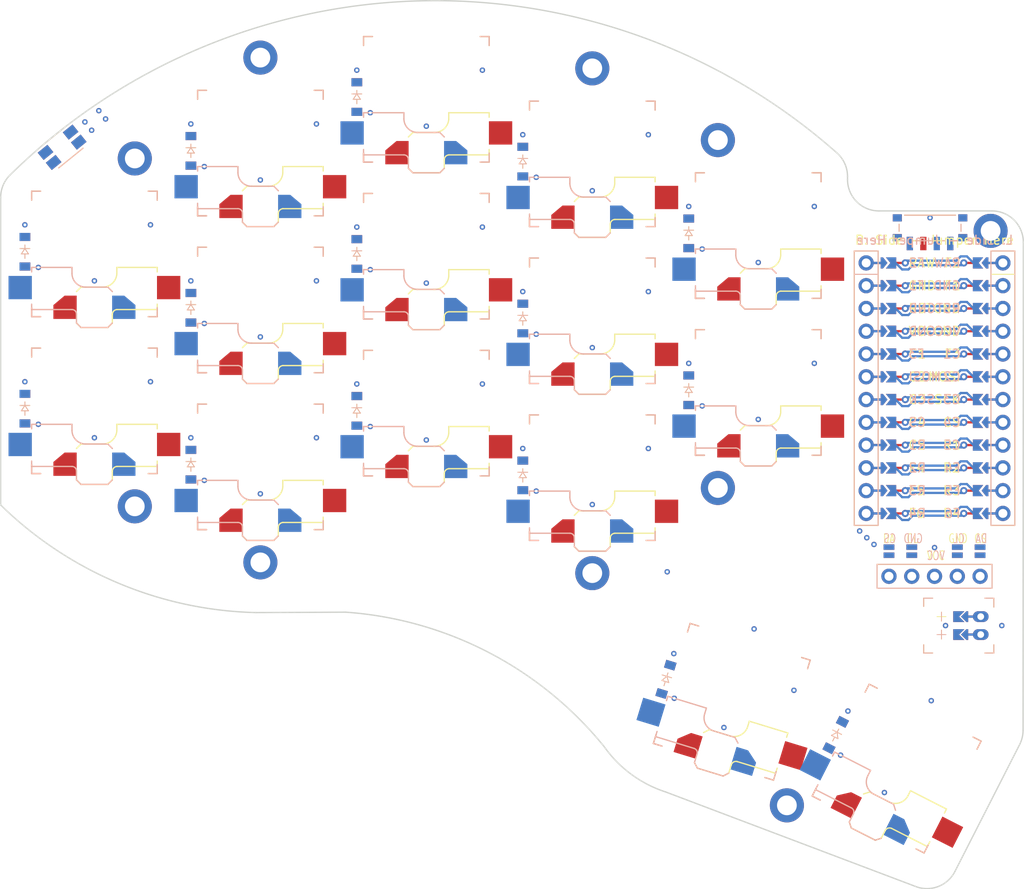
<source format=kicad_pcb>
(kicad_pcb (version 20221018) (generator pcbnew)
  (title_block (title "snak") (rev "0.2.1") (company "JackMatanky"))
  (layers (0 "F.Cu" signal) (31 "B.Cu" signal) (34 "B.Paste" user) (35 "F.Paste" user) (36 "B.SilkS" user "B.Silkscreen") (37 "F.SilkS" user "F.Silkscreen") (38 "B.Mask" user) (39 "F.Mask" user) (44 "Edge.Cuts" user))
  (net 0 "")
  (net 1 "C1")
  (net 2 "pinky_mid")
  (net 3 "pinky_top")
  (net 4 "ring_bot")
  (net 5 "C2")
  (net 6 "ring_mid")
  (net 7 "ring_top")
  (net 8 "middle_bot")
  (net 9 "C3")
  (net 10 "middle_mid")
  (net 11 "middle_top")
  (net 12 "index_bot")
  (net 13 "C4")
  (net 14 "index_mid")
  (net 15 "index_top")
  (net 16 "C5")
  (net 17 "inner_mid")
  (net 18 "inner_top")
  (net 19 "out_home")
  (net 20 "in_home")
  (net 21 "R2")
  (net 22 "R1")
  (net 23 "R3")
  (net 24 "R4")
  (net 25 "RAW")
  (net 26 "GND")
  (net 27 "RST")
  (net 28 "VCC")
  (net 29 "F4")
  (net 30 "F5")
  (net 31 "F6")
  (net 32 "F2")
  (net 33 "F1")
  (net 34 "F3")
  (net 35 "MOSI")
  (net 36 "SCK")
  (net 37 "CS")
  (net 38 "MCU1_24")
  (net 39 "MCU1_1")
  (net 40 "MCU1_23")
  (net 41 "MCU1_2")
  (net 42 "MCU1_22")
  (net 43 "MCU1_3")
  (net 44 "MCU1_21")
  (net 45 "MCU1_4")
  (net 46 "MCU1_20")
  (net 47 "MCU1_5")
  (net 48 "MCU1_19")
  (net 49 "MCU1_6")
  (net 50 "MCU1_18")
  (net 51 "MCU1_7")
  (net 52 "MCU1_17")
  (net 53 "MCU1_8")
  (net 54 "MCU1_16")
  (net 55 "MCU1_9")
  (net 56 "MCU1_15")
  (net 57 "MCU1_10")
  (net 58 "MCU1_14")
  (net 59 "MCU1_11")
  (net 60 "MCU1_13")
  (net 61 "MCU1_12")
  (net 62 "DISP1_1")
  (net 63 "DISP1_2")
  (net 64 "DISP1_4")
  (net 65 "DISP1_5")
  (net 66 "pos")
  (net 67 "JST1_1")
  (net 68 "JST1_2")
  (footprint "ComboDiode" (layer "F.Cu") (at 147.75 89.7 -90)
    (fp_text reference "D9" hide)
    (fp_text value "" hide)
  )
  (footprint "VIA-0.6mm" (layer "F.Cu") (at 193.15 60.9625 90)
    (fp_text reference "REF**" hide)
    (fp_text value "VIA-0.6mm" hide)
  )
  (footprint "VIA-0.6mm" (layer "F.Cu") (at 155.5 92.95)
    (fp_text reference "REF**" hide)
    (fp_text value "VIA-0.6mm" hide)
  )
  (footprint "mounting_hole" (layer "F.Cu") (at 177.191381 126.500257 -17)
    (fp_text reference "H9" hide)
    (fp_text value "")
  )
  (footprint "PG1350" (layer "F.Cu") (at 100 82.5 180)
    (fp_text reference "S1" hide)
    (fp_text value "")
  )
  (footprint "mounting_hole" (layer "F.Cu") (at 104.5 54.35)
    (fp_text reference "H1" hide)
    (fp_text value "")
  )
  (footprint "VIA-0.6mm" (layer "F.Cu") (at 124.75 85.5)
    (fp_text reference "REF**" hide)
    (fp_text value "VIA-0.6mm" hide)
  )
  (footprint "VIA-0.6mm" (layer "F.Cu") (at 124.75 68)
    (fp_text reference "REF**" hide)
    (fp_text value "VIA-0.6mm" hide)
  )
  (footprint "VIA-0.6mm" (layer "F.Cu") (at 174 65.95)
    (fp_text reference "REF**" hide)
    (fp_text value "VIA-0.6mm" hide)
  )
  (footprint "VIA-0.6mm" (layer "F.Cu") (at 193.284288 114.824319 -27)
    (fp_text reference "REF**" hide)
    (fp_text value "VIA-0.6mm" hide)
  )
  (footprint "VIA-0.6mm" (layer "F.Cu") (at 147.75 51.7)
    (fp_text reference "REF**" hide)
    (fp_text value "VIA-0.6mm" hide)
  )
  (footprint "VIA-0.6mm" (layer "F.Cu") (at 129.25 62)
    (fp_text reference "REF**" hide)
    (fp_text value "VIA-0.6mm" hide)
  )
  (footprint "VIA-0.6mm" (layer "F.Cu") (at 112.25 55.25)
    (fp_text reference "REF**" hide)
    (fp_text value "VIA-0.6mm" hide)
  )
  (footprint "VIA-0.6mm" (layer "F.Cu") (at 161.75 86.7)
    (fp_text reference "REF**" hide)
    (fp_text value "VIA-0.6mm" hide)
  )
  (footprint "VIA-0.6mm" (layer "F.Cu") (at 137 85.75)
    (fp_text reference "REF**" hide)
    (fp_text value "VIA-0.6mm" hide)
  )
  (footprint "VIA-0.6mm" (layer "F.Cu") (at 100.494144 49.019006 129)
    (fp_text reference "REF**" hide)
    (fp_text value "VIA-0.6mm" hide)
  )
  (footprint "VIA-0.6mm" (layer "F.Cu") (at 106.25 61.75)
    (fp_text reference "REF**" hide)
    (fp_text value "VIA-0.6mm" hide)
  )
  (footprint "mounting_hole" (layer "F.Cu") (at 118.5 43.1)
    (fp_text reference "H3" hide)
    (fp_text value "")
  )
  (footprint "ComboDiode" (layer "F.Cu") (at 147.75 54.7 -90)
    (fp_text reference "D11" hide)
    (fp_text value "" hide)
  )
  (footprint "JST_PH_S2B-PH-K" (layer "F.Cu") (at 198.8 106.45 -90)
    (fp_text reference "JST1" hide)
    (fp_text value "")
  )
  (footprint "ComboDiode" (layer "F.Cu") (at 110.75 53.5 -90)
    (fp_text reference "D5" hide)
    (fp_text value "" hide)
  )
  (footprint "PG1350" (layer "F.Cu") (at 174 62.95 180)
    (fp_text reference "S13" hide)
    (fp_text value "")
  )
  (footprint "VIA-0.6mm" (layer "F.Cu") (at 106.25 79.25)
    (fp_text reference "REF**" hide)
    (fp_text value "VIA-0.6mm" hide)
  )
  (footprint "VIA-0.6mm" (layer "F.Cu") (at 143.25 79.5)
    (fp_text reference "REF**" hide)
    (fp_text value "VIA-0.6mm" hide)
  )
  (footprint "mounting_hole" (layer "F.Cu") (at 155.5 44.3)
    (fp_text reference "H5" hide)
    (fp_text value "")
  )
  (footprint "VIA-0.6mm" (layer "F.Cu") (at 149.25 73.95)
    (fp_text reference "REF**" hide)
    (fp_text value "VIA-0.6mm" hide)
  )
  (footprint "VIA-0.6mm" (layer "F.Cu") (at 186.1 96.65)
    (fp_text reference "REF**" hide)
    (fp_text value "VIA-0.6mm" hide)
  )
  (footprint "VIA-0.6mm" (layer "F.Cu") (at 118.5 91.75)
    (fp_text reference "REF**" hide)
    (fp_text value "VIA-0.6mm" hide)
  )
  (footprint "VIA-0.6mm" (layer "F.Cu") (at 124.75 50.5)
    (fp_text reference "REF**" hide)
    (fp_text value "VIA-0.6mm" hide)
  )
  (footprint "VIA-0.6mm" (layer "F.Cu") (at 92.25 79.25)
    (fp_text reference "REF**" hide)
    (fp_text value "VIA-0.6mm" hide)
  )
  (footprint "VIA-0.6mm" (layer "F.Cu") (at 183.995537 115.983677 -27)
    (fp_text reference "REF**" hide)
    (fp_text value "VIA-0.6mm" hide)
  )
  (footprint "mounting_hole" (layer "F.Cu") (at 104.5 93.15)
    (fp_text reference "H2" hide)
    (fp_text value "")
  )
  (footprint "PG1350" (layer "F.Cu") (at 155.5 54.95 180)
    (fp_text reference "S11" hide)
    (fp_text value "")
  )
  (footprint "VIA-0.6mm" (layer "F.Cu") (at 149.25 56.45)
    (fp_text reference "REF**" hide)
    (fp_text value "VIA-0.6mm" hide)
  )
  (footprint "ComboDiode" (layer "F.Cu") (at 92.25 64.75 -90)
    (fp_text reference "D2" hide)
    (fp_text value "" hide)
  )
  (footprint "VIA-0.6mm" (layer "F.Cu") (at 101.243035 49.94381 129)
    (fp_text reference "REF**" hide)
    (fp_text value "VIA-0.6mm" hide)
  )
  (footprint "VIA-0.6mm" (layer "F.Cu") (at 110.75 68)
    (fp_text reference "REF**" hide)
    (fp_text value "VIA-0.6mm" hide)
  )
  (footprint "VIA-0.6mm" (layer "F.Cu") (at 174 83.45)
    (fp_text reference "REF**" hide)
    (fp_text value "VIA-0.6mm" hide)
  )
  (footprint "VIA-0.6mm" (layer "F.Cu") (at 98.939852 50.277647 129)
    (fp_text reference "REF**" hide)
    (fp_text value "VIA-0.6mm" hide)
  )
  (footprint "mounting_hole" (layer "F.Cu") (at 199.9 62.425)
    (fp_text reference "H10" hide)
    (fp_text value "")
  )
  (footprint "VIA-0.6mm" (layer "F.Cu") (at 161.75 69.2)
    (fp_text reference "REF**" hide)
    (fp_text value "VIA-0.6mm" hide)
  )
  (footprint "VIA-0.6mm" (layer "F.Cu") (at 130.75 49.25)
    (fp_text reference "REF**" hide)
    (fp_text value "VIA-0.6mm" hide)
  )
  (footprint "VIA-0.6mm" (layer "F.Cu") (at 100 68)
    (fp_text reference "REF**" hide)
    (fp_text value "VIA-0.6mm" hide)
  )
  (footprint "PG1350" (layer "F.Cu") (at 137 47.75 180)
    (fp_text reference "S8" hide)
    (fp_text value "")
  )
  (footprint "PG1350" (layer "F.Cu") (at 137 82.75 180)
    (fp_text reference "S6" hide)
    (fp_text value "")
  )
  (footprint "ComboDiode" (layer "F.Cu") (at 166.25 80.2 -90)
    (fp_text reference "D12" hide)
    (fp_text value "" hide)
  )
  (footprint "sw_reset_side" (layer "F.Cu") (at 96.4 53.1 129)
    (fp_text reference "SW2" hide)
    (fp_text value "")
  )
  (footprint "VIA-0.6mm" (layer "F.Cu") (at 112.25 90.25)
    (fp_text reference "REF**" hide)
    (fp_text value "VIA-0.6mm" hide)
  )
  (footprint "VIA-0.6mm" (layer "F.Cu") (at 166.25 59.7)
    (fp_text reference "REF**" hide)
    (fp_text value "VIA-0.6mm" hide)
  )
  (footprint "PG1350" (layer "F.Cu") (at 155.5 89.95 180)
    (fp_text reference "S9" hide)
    (fp_text value "")
  )
  (footprint "VIA-0.6mm" (layer "F.Cu") (at 118.5 74.25)
    (fp_text reference "REF**" hide)
    (fp_text value "VIA-0.6mm" hide)
  )
  (footprint "ComboDiode" (layer "F.Cu") (at 166.25 62.7 -90)
    (fp_text reference "D13" hide)
    (fp_text value "" hide)
  )
  (footprint "power_switch" (layer "F.Cu") (at 193.15 62.1 90)
    (fp_text reference "SW1" hide)
    (fp_text value "")
  )
  (footprint "ComboDiode" (layer "F.Cu") (at 129.25 47.5 -90)
    (fp_text reference "D8" hide)
    (fp_text value "" hide)
  )
  (footprint "VIA-0.6mm" (layer "F.Cu") (at 110.75 85.5)
    (fp_text reference "REF**" hide)
    (fp_text value "VIA-0.6mm" hide)
  )
  (footprint "VIA-0.6mm" (layer "F.Cu") (at 170.172885 117.818914 -17)
    (fp_text reference "REF**" hide)
    (fp_text value "VIA-0.6mm" hide)
  )
  (footprint "VIA-0.6mm" (layer "F.Cu") (at 186.9 97.4)
    (fp_text reference "REF**" hide)
    (fp_text value "VIA-0.6mm" hide)
  )
  (footprint "mounting_hole" (layer "F.Cu") (at 118.5 99.4)
    (fp_text reference "H4" hide)
    (fp_text value "")
  )
  (footprint "VIA-0.6mm" (layer "F.Cu") (at 155.5 75.45)
    (fp_text reference "REF**" hide)
    (fp_text value "VIA-0.6mm" hide)
  )
  (footprint "VIA-0.6mm" (layer "F.Cu") (at 155.5 57.95)
    (fp_text reference "REF**" hide)
    (fp_text value "VIA-0.6mm" hide)
  )
  (footprint "ComboDiode" (layer "F.Cu") (at 147.75 72.2 -90)
    (fp_text reference "D10" hide)
    (fp_text value "" hide)
  )
  (footprint "PG1350" (layer "F.Cu") (at 137 65.25 180)
    (fp_text reference "S7" hide)
    (fp_text value "")
  )
  (footprint "PG1350" (layer "F.Cu") (at 118.5 53.75 180)
    (fp_text reference "S5" hide)
    (fp_text value "")
  )
  (footprint "ComboDiode" (layer "F.Cu") (at 110.75 88.5 -90)
    (fp_text reference "D3" hide)
    (fp_text value "" hide)
  )
  (footprint "VIA-0.6mm" (layer "F.Cu") (at 137 68.25)
    (fp_text reference "REF**" hide)
    (fp_text value "VIA-0.6mm" hide)
  )
  (footprint "VIA-0.6mm" (layer "F.Cu") (at 177.977113 113.669333 -17)
    (fp_text reference "REF**" hide)
    (fp_text value "VIA-0.6mm" hide)
  )
  (footprint "mounting_hole" (layer "F.Cu") (at 169.5 52.3)
    (fp_text reference "H7" hide)
    (fp_text value "")
  )
  (footprint "VIA-0.6mm" (layer "F.Cu") (at 167.75 64.45)
    (fp_text reference "REF**" hide)
    (fp_text value "VIA-0.6mm" hide)
  )
  (footprint "mounting_hole" (layer "F.Cu") (at 169.5 91.1)
    (fp_text reference "H8" hide)
    (fp_text value "")
  )
  (footprint "VIA-0.6mm" (layer "F.Cu") (at 173.53516 106.82141 -17)
    (fp_text reference "REF**" hide)
    (fp_text value "VIA-0.6mm" hide)
  )
  (footprint "VIA-0.6mm" (layer "F.Cu") (at 149.25 91.45)
    (fp_text reference "REF**" hide)
    (fp_text value "VIA-0.6mm" hide)
  )
  (footprint "VIA-0.6mm" (layer "F.Cu") (at 130.75 66.75)
    (fp_text reference "REF**" hide)
    (fp_text value "VIA-0.6mm" hide)
  )
  (footprint "VIA-0.6mm" (layer "F.Cu") (at 167.75 81.95)
    (fp_text reference "REF**" hide)
    (fp_text value "VIA-0.6mm" hide)
  )
  (footprint "PG1350" (layer "F.Cu") (at 174 80.45 180)
    (fp_text reference "S12" hide)
    (fp_text value "")
  )
  (footprint "VIA-0.6mm" (layer "F.Cu") (at 147.75 86.7)
    (fp_text reference "REF**" hide)
    (fp_text value "VIA-0.6mm" hide)
  )
  (footprint "ComboDiode" (layer "F.Cu") (at 129.25 65 -90)
    (fp_text reference "D7" hide)
    (fp_text value "" hide)
  )
  (footprint "PG1350" (layer "F.Cu") (at 100 65 180)
    (fp_text reference "S2" hide)
    (fp_text value "")
  )
  (footprint "VIA-0.6mm" (layer "F.Cu") (at 166.25 77.2)
    (fp_text reference "REF**" hide)
    (fp_text value "VIA-0.6mm" hide)
  )
  (footprint "VIA-0.6mm" (layer "F.Cu") (at 164.634538 114.557134 -17)
    (fp_text reference "REF**" hide)
    (fp_text value "VIA-0.6mm" hide)
  )
  (footprint "VIA-0.6mm" (layer "F.Cu") (at 194.875 106.45 -90)
    (fp_text reference "REF**" hide)
    (fp_text value "VIA-0.6mm" hide)
  )
  (footprint "VIA-0.6mm" (layer "F.Cu") (at 129.25 44.5)
    (fp_text reference "REF**" hide)
    (fp_text value "VIA-0.6mm" hide)
  )
  (footprint "nice_nano" (layer "F.Cu") (at 193.65 78.7)
    (fp_text reference "MCU1" hide)
    (fp_text value "")
  )
  (footprint "VIA-0.6mm" (layer "F.Cu") (at 118.5 56.75)
    (fp_text reference "REF**" hide)
    (fp_text value "VIA-0.6mm" hide)
  )
  (footprint "VIA-0.6mm" (layer "F.Cu") (at 163.85 100.45)
    (fp_text reference "REF**" hide)
    (fp_text value "VIA-0.6mm" hide)
  )
  (footprint "VIA-0.6mm" (layer "F.Cu") (at 188.063397 125.070894 -27)
    (fp_text reference "REF**" hide)
    (fp_text value "VIA-0.6mm" hide)
  )
  (footprint "VIA-0.6mm" (layer "F.Cu") (at 92.25 61.75)
    (fp_text reference "REF**" hide)
    (fp_text value "VIA-0.6mm" hide)
  )
  (footprint "VIA-0.6mm" (layer "F.Cu") (at 183.175592 120.896944 -27)
    (fp_text reference "REF**" hide)
    (fp_text value "VIA-0.6mm" hide)
  )
  (footprint "VIA-0.6mm" (layer "F.Cu") (at 201.15 106.45 -90)
    (fp_text reference "REF**" hide)
    (fp_text value "VIA-0.6mm" hide)
  )
  (footprint "VIA-0.6mm" (layer "F.Cu") (at 143.25 62)
    (fp_text reference "REF**" hide)
    (fp_text value "VIA-0.6mm" hide)
  )
  (footprint "VIA-0.6mm" (layer "F.Cu") (at 185.3 95.9)
    (fp_text reference "REF**" hide)
    (fp_text value "VIA-0.6mm" hide)
  )
  (footprint "VIA-0.6mm" (layer "F.Cu") (at 147.75 69.2)
    (fp_text reference "REF**" hide)
    (fp_text value "VIA-0.6mm" hide)
  )
  (footprint "VIA-0.6mm" (layer "F.Cu") (at 143.25 44.5)
    (fp_text reference "REF**" hide)
    (fp_text value "VIA-0.6mm" hide)
  )
  (footprint "VIA-0.6mm" (layer "F.Cu") (at 193.65 97.75)
    (fp_text reference "REF**" hide)
    (fp_text value "VIA-0.6mm" hide)
  )
  (footprint "nice!view" (layer "F.Cu") (at 193.65 84.25)
    (fp_text reference "DISP1" hide)
    (fp_text value "")
  )
  (footprint "VIA-0.6mm" (layer "F.Cu") (at 110.75 50.5)
    (fp_text reference "REF**" hide)
    (fp_text value "VIA-0.6mm" hide)
  )
  (footprint "ComboDiode" (layer "F.Cu") (at 163.711731 112.445043 -107)
    (fp_text reference "D14" hide)
    (fp_text value "" hide)
  )
  (footprint "VIA-0.6mm" (layer "F.Cu") (at 93.75 84)
    (fp_text reference "REF**" hide)
    (fp_text value "VIA-0.6mm" hide)
  )
  (footprint "VIA-0.6mm" (layer "F.Cu") (at 130.75 84.25)
    (fp_text reference "REF**" hide)
    (fp_text value "VIA-0.6mm" hide)
  )
  (footprint "PG1350" (layer "F.Cu") (at 118.5 88.75 180)
    (fp_text reference "S3" hide)
    (fp_text value "")
  )
  (footprint "VIA-0.6mm" (layer "F.Cu") (at 164.588846 109.576129 -17)
    (fp_text reference "REF**" hide)
    (fp_text value "VIA-0.6mm" hide)
  )
  (footprint "VIA-0.6mm" (layer "F.Cu") (at 137 50.75)
    (fp_text reference "REF**" hide)
    (fp_text value "VIA-0.6mm" hide)
  )
  (footprint "ComboDiode" (layer "F.Cu") (at 129.25 82.5 -90)
    (fp_text reference "D6" hide)
    (fp_text value "" hide)
  )
  (footprint "VIA-0.6mm" (layer "F.Cu") (at 99.688743 51.20245 129)
    (fp_text reference "REF**" hide)
    (fp_text value "VIA-0.6mm" hide)
  )
  (footprint "ComboDiode" (layer "F.Cu") (at 92.25 82.25 -90)
    (fp_text reference "D1" hide)
    (fp_text value "" hide)
  )
  (footprint "ComboDiode" (layer "F.Cu") (at 110.75 71 -90)
    (fp_text reference "D4" hide)
    (fp_text value "" hide)
  )
  (footprint "PG1350" (layer "F.Cu") (at 155.5 72.45 180)
    (fp_text reference "S10" hide)
    (fp_text value "")
  )
  (footprint "VIA-0.6mm" (layer "F.Cu") (at 100 85.5)
    (fp_text reference "REF**" hide)
    (fp_text value "VIA-0.6mm" hide)
  )
  (footprint "VIA-0.6mm" (layer "F.Cu") (at 112.25 72.75)
    (fp_text reference "REF**" hide)
    (fp_text value "VIA-0.6mm" hide)
  )
  (footprint "PG1350" (layer "F.Cu") (at 189.425368 122.397875 153)
    (fp_text reference "S15" hide)
    (fp_text value "")
  )
  (footprint "VIA-0.6mm" (layer "F.Cu") (at 180.25 59.7)
    (fp_text reference "REF**" hide)
    (fp_text value "VIA-0.6mm" hide)
  )
  (footprint "PG1350" (layer "F.Cu") (at 118.5 71.25 180)
    (fp_text reference "S4" hide)
    (fp_text value "")
  )
  (footprint "VIA-0.6mm" (layer "F.Cu") (at 93.75 66.5)
    (fp_text reference "REF**" hide)
    (fp_text value "VIA-0.6mm" hide)
  )
  (footprint "mounting_hole" (layer "F.Cu") (at 155.5 100.6)
    (fp_text reference "H6" hide)
    (fp_text value "")
  )
  (footprint "VIA-0.6mm" (layer "F.Cu") (at 180.25 77.2)
    (fp_text reference "REF**" hide)
    (fp_text value "VIA-0.6mm" hide)
  )
  (footprint "ComboDiode" (layer "F.Cu") (at 182.633566 118.656697 -117)
    (fp_text reference "D15" hide)
    (fp_text value "" hide)
  )
  (footprint "PG1350" (layer "F.Cu") (at 171.05 114.95 163)
    (fp_text reference "S14" hide)
    (fp_text value "")
  )
  (footprint "VIA-0.6mm" (layer "F.Cu") (at 129.25 79.5)
    (fp_text reference "REF**" hide)
    (fp_text value "VIA-0.6mm" hide)
  )
  (footprint "VIA-0.6mm" (layer "F.Cu") (at 161.75 51.7)
    (fp_text reference "REF**" hide)
    (fp_text value "VIA-0.6mm" hide)
  )
  (gr_line (start 203.13565 119.719514) (end 195.923145 133.874853) (stroke (width 0.15)) (layer "Edge.Cuts"))
  (gr_arc (start 187.45 60.2) (mid 184.975126 59.174874) (end 183.95 56.7) (stroke (width 0.15)) (layer "Edge.Cuts"))
  (gr_line (start 89.55 93) (end 89.55 58.692372) (stroke (width 0.15)) (layer "Edge.Cuts"))
  (gr_arc (start 163.66 124.999999) (mid 159.844543 123.03625) (end 156.839956 119.972513) (stroke (width 0.15)) (layer "Edge.Cuts"))
  (gr_line (start 187.45 60.2) (end 200.048013 60.2) (stroke (width 0.15)) (layer "Edge.Cuts"))
  (gr_arc (start 89.55 58.692372) (mid 89.820936 57.342133) (end 90.591797 56.200939) (stroke (width 0.15)) (layer "Edge.Cuts"))
  (gr_arc (start 203.517127 118.132533) (mid 203.42019 118.948572) (end 203.13565 119.719514) (stroke (width 0.15)) (layer "Edge.Cuts"))
  (gr_line (start 183.95 56.7) (end 183.95 56.354306) (stroke (width 0.15)) (layer "Edge.Cuts"))
  (gr_line (start 203.548013 63.701986) (end 203.517127 118.132533) (stroke (width 0.15)) (layer "Edge.Cuts"))
  (gr_arc (start 195.923145 133.874853) (mid 194.021857 135.567401) (end 191.476715 135.524198) (stroke (width 0.15)) (layer "Edge.Cuts"))
  (gr_arc (start 200.048013 60.199999) (mid 202.523589 61.225828) (end 203.548013 63.701986) (stroke (width 0.15)) (layer "Edge.Cuts"))
  (gr_arc (start 118 105) (mid 102.635557 101.701429) (end 89.55 93) (stroke (width 0.15)) (layer "Edge.Cuts"))
  (gr_arc (start 182.771484 53.73501) (mid 183.641801 54.918199) (end 183.95 56.354306) (stroke (width 0.15)) (layer "Edge.Cuts"))
  (gr_line (start 128.003322 104.952626) (end 118 105) (stroke (width 0.15)) (layer "Edge.Cuts"))
  (gr_arc (start 90.591797 56.200939) (mid 136.194931 36.77414) (end 182.771484 53.73501) (stroke (width 0.15)) (layer "Edge.Cuts"))
  (gr_line (start 191.476715 135.524198) (end 163.66 125) (stroke (width 0.15)) (layer "Edge.Cuts"))
  (gr_arc (start 128.003322 104.952626) (mid 143.983857 109.463271) (end 156.839955 119.972514) (stroke (width 0.15)) (layer "Edge.Cuts"))
  (segment (start 198.43 76.16) (end 196.91 76.16) (width 0.25) (layer "F.Cu") (net 1))
  (segment (start 191.11 76.51) (end 191.11 76.5) (width 0.25) (layer "B.Cu") (net 1))
  (segment (start 190.04 76.89) (end 190.74 76.89) (width 0.25) (layer "B.Cu") (net 1))
  (segment (start 190.74 76.89) (end 191.11 76.51) (width 0.25) (layer "B.Cu") (net 1))
  (segment (start 189.31 76.16) (end 190.04 76.89) (width 0.25) (layer "B.Cu") (net 1))
  (segment (start 191.2 76.41) (end 196.66 76.41) (width 0.25) (layer "B.Cu") (net 1))
  (segment (start 191.11 76.5) (end 191.2 76.41) (width 0.25) (layer "B.Cu") (net 1))
  (segment (start 196.66 76.41) (end 196.91 76.16) (width 0.25) (layer "B.Cu") (net 1))
  (segment (start 188.88 76.16) (end 189.31 76.16) (width 0.25) (layer "B.Cu") (net 1))
  (segment (start 198.43 78.7) (end 196.91 78.7) (width 0.25) (layer "F.Cu") (net 5))
  (segment (start 189.31 78.7) (end 190.04 79.43) (width 0.25) (layer "B.Cu") (net 5))
  (segment (start 191.2 78.95) (end 196.66 78.95) (width 0.25) (layer "B.Cu") (net 5))
  (segment (start 190.04 79.43) (end 190.74 79.43) (width 0.25) (layer "B.Cu") (net 5))
  (segment (start 191.11 79.05) (end 191.11 79.04) (width 0.25) (layer "B.Cu") (net 5))
  (segment (start 196.66 78.95) (end 196.91 78.7) (width 0.25) (layer "B.Cu") (net 5))
  (segment (start 188.88 78.7) (end 189.31 78.7) (width 0.25) (layer "B.Cu") (net 5))
  (segment (start 190.74 79.43) (end 191.11 79.05) (width 0.25) (layer "B.Cu") (net 5))
  (segment (start 191.11 79.04) (end 191.2 78.95) (width 0.25) (layer "B.Cu") (net 5))
  (segment (start 198.43 81.24) (end 196.91 81.24) (width 0.25) (layer "F.Cu") (net 9))
  (segment (start 189.31 81.24) (end 190.04 81.97) (width 0.25) (layer "B.Cu") (net 9))
  (segment (start 188.88 81.24) (end 189.31 81.24) (width 0.25) (layer "B.Cu") (net 9))
  (segment (start 190.74 81.97) (end 191.11 81.59) (width 0.25) (layer "B.Cu") (net 9))
  (segment (start 196.66 81.49) (end 196.91 81.24) (width 0.25) (layer "B.Cu") (net 9))
  (segment (start 191.2 81.49) (end 196.66 81.49) (width 0.25) (layer "B.Cu") (net 9))
  (segment (start 191.11 81.59) (end 191.11 81.58) (width 0.25) (layer "B.Cu") (net 9))
  (segment (start 190.04 81.97) (end 190.74 81.97) (width 0.25) (layer "B.Cu") (net 9))
  (segment (start 191.11 81.58) (end 191.2 81.49) (width 0.25) (layer "B.Cu") (net 9))
  (segment (start 198.43 83.78) (end 196.91 83.78) (width 0.25) (layer "F.Cu") (net 13))
  (segment (start 191.11 84.12) (end 191.2 84.03) (width 0.25) (layer "B.Cu") (net 13))
  (segment (start 191.11 84.13) (end 191.11 84.12) (width 0.25) (layer "B.Cu") (net 13))
  (segment (start 190.74 84.51) (end 191.11 84.13) (width 0.25) (layer "B.Cu") (net 13))
  (segment (start 188.88 83.78) (end 189.31 83.78) (width 0.25) (layer "B.Cu") (net 13))
  (segment (start 190.04 84.51) (end 190.74 84.51) (width 0.25) (layer "B.Cu") (net 13))
  (segment (start 189.31 83.78) (end 190.04 84.51) (width 0.25) (layer "B.Cu") (net 13))
  (segment (start 191.2 84.03) (end 196.66 84.03) (width 0.25) (layer "B.Cu") (net 13))
  (segment (start 196.66 84.03) (end 196.91 83.78) (width 0.25) (layer "B.Cu") (net 13))
  (segment (start 198.43 86.32) (end 196.91 86.32) (width 0.25) (layer "F.Cu") (net 16))
  (segment (start 189.31 86.32) (end 190.04 87.05) (width 0.25) (layer "B.Cu") (net 16))
  (segment (start 190.74 87.05) (end 191.11 86.67) (width 0.25) (layer "B.Cu") (net 16))
  (segment (start 188.88 86.32) (end 189.31 86.32) (width 0.25) (layer "B.Cu") (net 16))
  (segment (start 190.04 87.05) (end 190.74 87.05) (width 0.25) (layer "B.Cu") (net 16))
  (segment (start 191.11 86.67) (end 191.11 86.66) (width 0.25) (layer "B.Cu") (net 16))
  (segment (start 196.66 86.57) (end 196.91 86.32) (width 0.25) (layer "B.Cu") (net 16))
  (segment (start 191.2 86.57) (end 196.66 86.57) (width 0.25) (layer "B.Cu") (net 16))
  (segment (start 191.11 86.66) (end 191.2 86.57) (width 0.25) (layer "B.Cu") (net 16))
  (segment (start 188.88 88.86) (end 190.39 88.86) (width 0.25) (layer "F.Cu") (net 21))
  (segment (start 196.56 88.13) (end 196.09 88.61) (width 0.25) (layer "B.Cu") (net 21))
  (segment (start 196.09 88.61) (end 190.64 88.61) (width 0.25) (layer "B.Cu") (net 21))
  (segment (start 197.99 88.86) (end 197.26 88.13) (width 0.25) (layer "B.Cu") (net 21))
  (segment (start 198.43 88.86) (end 197.99 88.86) (width 0.25) (layer "B.Cu") (net 21))
  (segment (start 190.64 88.61) (end 190.39 88.86) (width 0.25) (layer "B.Cu") (net 21))
  (segment (start 197.26 88.13) (end 196.56 88.13) (width 0.25) (layer "B.Cu") (net 21))
  (segment (start 188.88 86.32) (end 190.39 86.32) (width 0.25) (layer "F.Cu") (net 22))
  (segment (start 197.26 85.59) (end 196.56 85.59) (width 0.25) (layer "B.Cu") (net 22))
  (segment (start 198.43 86.32) (end 197.99 86.32) (width 0.25) (layer "B.Cu") (net 22))
  (segment (start 190.64 86.07) (end 190.39 86.32) (width 0.25) (layer "B.Cu") (net 22))
  (segment (start 196.56 85.59) (end 196.09 86.07) (width 0.25) (layer "B.Cu") (net 22))
  (segment (start 197.99 86.32) (end 197.26 85.59) (width 0.25) (layer "B.Cu") (net 22))
  (segment (start 196.09 86.07) (end 190.64 86.07) (width 0.25) (layer "B.Cu") (net 22))
  (segment (start 188.88 91.4) (end 190.39 91.4) (width 0.25) (layer "F.Cu") (net 23))
  (segment (start 190.64 91.15) (end 190.39 91.4) (width 0.25) (layer "B.Cu") (net 23))
  (segment (start 198.43 91.4) (end 197.99 91.4) (width 0.25) (layer "B.Cu") (net 23))
  (segment (start 196.56 90.67) (end 196.09 91.15) (width 0.25) (layer "B.Cu") (net 23))
  (segment (start 196.09 91.15) (end 190.64 91.15) (width 0.25) (layer "B.Cu") (net 23))
  (segment (start 197.99 91.4) (end 197.26 90.67) (width 0.25) (layer "B.Cu") (net 23))
  (segment (start 197.26 90.67) (end 196.56 90.67) (width 0.25) (layer "B.Cu") (net 23))
  (segment (start 188.88 93.94) (end 190.39 93.94) (width 0.25) (layer "F.Cu") (net 24))
  (segment (start 196.56 93.21) (end 196.09 93.69) (width 0.25) (layer "B.Cu") (net 24))
  (segment (start 196.09 93.69) (end 190.64 93.69) (width 0.25) (layer "B.Cu") (net 24))
  (segment (start 197.99 93.94) (end 197.26 93.21) (width 0.25) (layer "B.Cu") (net 24))
  (segment (start 198.43 93.94) (end 197.99 93.94) (width 0.25) (layer "B.Cu") (net 24))
  (segment (start 190.64 93.69) (end 190.39 93.94) (width 0.25) (layer "B.Cu") (net 24))
  (segment (start 197.26 93.21) (end 196.56 93.21) (width 0.25) (layer "B.Cu") (net 24))
  (segment (start 198.43 66) (end 196.91 66) (width 0.25) (layer "F.Cu") (net 25))
  (segment (start 190.04 66.73) (end 190.74 66.73) (width 0.25) (layer "B.Cu") (net 25))
  (segment (start 196.66 66.25) (end 196.91 66) (width 0.25) (layer "B.Cu") (net 25))
  (segment (start 190.74 66.73) (end 191.11 66.35) (width 0.25) (layer "B.Cu") (net 25))
  (segment (start 191.11 66.34) (end 191.2 66.25) (width 0.25) (layer "B.Cu") (net 25))
  (segment (start 189.31 66) (end 190.04 66.73) (width 0.25) (layer "B.Cu") (net 25))
  (segment (start 188.88 66) (end 189.31 66) (width 0.25) (layer "B.Cu") (net 25))
  (segment (start 191.11 66.35) (end 191.11 66.34) (width 0.25) (layer "B.Cu") (net 25))
  (segment (start 191.2 66.25) (end 196.66 66.25) (width 0.25) (layer "B.Cu") (net 25))
  (segment (start 188.88 71.08) (end 190.39 71.08) (width 0.25) (layer "F.Cu") (net 26))
  (segment (start 198.43 68.54) (end 196.91 68.54) (width 0.25) (layer "F.Cu") (net 26))
  (segment (start 188.88 73.62) (end 190.39 73.62) (width 0.25) (layer "F.Cu") (net 26))
  (segment (start 198.43 73.62) (end 197.99 73.62) (width 0.25) (layer "B.Cu") (net 26))
  (segment (start 190.64 73.37) (end 190.39 73.62) (width 0.25) (layer "B.Cu") (net 26))
  (segment (start 197.99 71.08) (end 197.26 70.35) (width 0.25) (layer "B.Cu") (net 26))
  (segment (start 196.56 72.89) (end 196.09 73.37) (width 0.25) (layer "B.Cu") (net 26))
  (segment (start 190.64 70.83) (end 190.39 71.08) (width 0.25) (layer "B.Cu") (net 26))
  (segment (start 196.09 70.83) (end 190.64 70.83) (width 0.25) (layer "B.Cu") (net 26))
  (segment (start 189.31 68.54) (end 190.04 69.27) (width 0.25) (layer "B.Cu") (net 26))
  (segment (start 191.11 68.89) (end 191.11 68.88) (width 0.25) (layer "B.Cu") (net 26))
  (segment (start 197.99 73.62) (end 197.26 72.89) (width 0.25) (layer "B.Cu") (net 26))
  (segment (start 196.09 73.37) (end 190.64 73.37) (width 0.25) (layer "B.Cu") (net 26))
  (segment (start 191.2 68.79) (end 196.66 68.79) (width 0.25) (layer "B.Cu") (net 26))
  (segment (start 191.11 68.88) (end 191.2 68.79) (width 0.25) (layer "B.Cu") (net 26))
  (segment (start 197.26 70.35) (end 196.56 70.35) (width 0.25) (layer "B.Cu") (net 26))
  (segment (start 188.88 68.54) (end 189.31 68.54) (width 0.25) (layer "B.Cu") (net 26))
  (segment (start 190.74 69.27) (end 191.11 68.89) (width 0.25) (layer "B.Cu") (net 26))
  (segment (start 190.04 69.27) (end 190.74 69.27) (width 0.25) (layer "B.Cu") (net 26))
  (segment (start 198.43 71.08) (end 197.99 71.08) (width 0.25) (layer "B.Cu") (net 26))
  (segment (start 196.66 68.79) (end 196.91 68.54) (width 0.25) (layer "B.Cu") (net 26))
  (segment (start 197.26 72.89) (end 196.56 72.89) (width 0.25) (layer "B.Cu") (net 26))
  (segment (start 196.56 70.35) (end 196.09 70.83) (width 0.25) (layer "B.Cu") (net 26))
  (segment (start 198.43 71.08) (end 196.91 71.08) (width 0.25) (layer "F.Cu") (net 27))
  (segment (start 191.2 71.33) (end 196.66 71.33) (width 0.25) (layer "B.Cu") (net 27))
  (segment (start 196.66 71.33) (end 196.91 71.08) (width 0.25) (layer "B.Cu") (net 27))
  (segment (start 188.88 71.08) (end 189.31 71.08) (width 0.25) (layer "B.Cu") (net 27))
  (segment (start 191.11 71.43) (end 191.11 71.42) (width 0.25) (layer "B.Cu") (net 27))
  (segment (start 190.74 71.81) (end 191.11 71.43) (width 0.25) (layer "B.Cu") (net 27))
  (segment (start 189.31 71.08) (end 190.04 71.81) (width 0.25) (layer "B.Cu") (net 27))
  (segment (start 191.11 71.42) (end 191.2 71.33) (width 0.25) (layer "B.Cu") (net 27))
  (segment (start 190.04 71.81) (end 190.74 71.81) (width 0.25) (layer "B.Cu") (net 27))
  (segment (start 198.43 73.62) (end 196.91 73.62) (width 0.25) (layer "F.Cu") (net 28))
  (segment (start 191.11 73.97) (end 191.11 73.96) (width 0.25) (layer "B.Cu") (net 28))
  (segment (start 196.66 73.87) (end 196.91 73.62) (width 0.25) (layer "B.Cu") (net 28))
  (segment (start 189.31 73.62) (end 190.04 74.35) (width 0.25) (layer "B.Cu") (net 28))
  (segment (start 191.11 73.96) (end 191.2 73.87) (width 0.25) (layer "B.Cu") (net 28))
  (segment (start 190.04 74.35) (end 190.74 74.35) (width 0.25) (layer "B.Cu") (net 28))
  (segment (start 191.2 73.87) (end 196.66 73.87) (width 0.25) (layer "B.Cu") (net 28))
  (segment (start 190.74 74.35) (end 191.11 73.97) (width 0.25) (layer "B.Cu") (net 28))
  (segment (start 188.88 73.62) (end 189.31 73.62) (width 0.25) (layer "B.Cu") (net 28))
  (segment (start 198.43 88.86) (end 196.91 88.86) (width 0.25) (layer "F.Cu") (net 29))
  (segment (start 191.2 89.11) (end 196.66 89.11) (width 0.25) (layer "B.Cu") (net 29))
  (segment (start 190.74 89.59) (end 191.11 89.21) (width 0.25) (layer "B.Cu") (net 29))
  (segment (start 190.04 89.59) (end 190.74 89.59) (width 0.25) (layer "B.Cu") (net 29))
  (segment (start 188.88 88.86) (end 189.31 88.86) (width 0.25) (layer "B.Cu") (net 29))
  (segment (start 191.11 89.2) (end 191.2 89.11) (width 0.25) (layer "B.Cu") (net 29))
  (segment (start 196.66 89.11) (end 196.91 88.86) (width 0.25) (layer "B.Cu") (net 29))
  (segment (start 189.31 88.86) (end 190.04 89.59) (width 0.25) (layer "B.Cu") (net 29))
  (segment (start 191.11 89.21) (end 191.11 89.2) (width 0.25) (layer "B.Cu") (net 29))
  (segment (start 198.43 91.4) (end 196.91 91.4) (width 0.25) (layer "F.Cu") (net 30))
  (segment (start 191.2 91.65) (end 196.66 91.65) (width 0.25) (layer "B.Cu") (net 30))
  (segment (start 190.74 92.13) (end 191.11 91.75) (width 0.25) (layer "B.Cu") (net 30))
  (segment (start 190.04 92.13) (end 190.74 92.13) (width 0.25) (layer "B.Cu") (net 30))
  (segment (start 188.88 91.4) (end 189.31 91.4) (width 0.25) (layer "B.Cu") (net 30))
  (segment (start 189.31 91.4) (end 190.04 92.13) (width 0.25) (layer "B.Cu") (net 30))
  (segment (start 191.11 91.75) (end 191.11 91.74) (width 0.25) (layer "B.Cu") (net 30))
  (segment (start 191.11 91.74) (end 191.2 91.65) (width 0.25) (layer "B.Cu") (net 30))
  (segment (start 196.66 91.65) (end 196.91 91.4) (width 0.25) (layer "B.Cu") (net 30))
  (segment (start 198.43 93.94) (end 196.91 93.94) (width 0.25) (layer "F.Cu") (net 31))
  (segment (start 190.04 94.67) (end 190.74 94.67) (width 0.25) (layer "B.Cu") (net 31))
  (segment (start 191.11 94.28) (end 191.2 94.19) (width 0.25) (layer "B.Cu") (net 31))
  (segment (start 188.88 93.94) (end 189.31 93.94) (width 0.25) (layer "B.Cu") (net 31))
  (segment (start 190.74 94.67) (end 191.11 94.29) (width 0.25) (layer "B.Cu") (net 31))
  (segment (start 191.11 94.29) (end 191.11 94.28) (width 0.25) (layer "B.Cu") (net 31))
  (segment (start 189.31 93.94) (end 190.04 94.67) (width 0.25) (layer "B.Cu") (net 31))
  (segment (start 196.66 94.19) (end 196.91 93.94) (width 0.25) (layer "B.Cu") (net 31))
  (segment (start 191.2 94.19) (end 196.66 94.19) (width 0.25) (layer "B.Cu") (net 31))
  (segment (start 188.88 66) (end 190.39 66) (width 0.25) (layer "F.Cu") (net 32))
  (segment (start 198.43 66) (end 197.99 66) (width 0.25) (layer "B.Cu") (net 32))
  (segment (start 196.09 65.75) (end 190.64 65.75) (width 0.25) (layer "B.Cu") (net 32))
  (segment (start 197.26 65.27) (end 196.56 65.27) (width 0.25) (layer "B.Cu") (net 32))
  (segment (start 190.64 65.75) (end 190.39 66) (width 0.25) (layer "B.Cu") (net 32))
  (segment (start 197.99 66) (end 197.26 65.27) (width 0.25) (layer "B.Cu") (net 32))
  (segment (start 196.56 65.27) (end 196.09 65.75) (width 0.25) (layer "B.Cu") (net 32))
  (segment (start 188.88 68.54) (end 190.39 68.54) (width 0.25) (layer "F.Cu") (net 33))
  (segment (start 198.43 68.54) (end 197.99 68.54) (width 0.25) (layer "B.Cu") (net 33))
  (segment (start 196.56 67.81) (end 196.09 68.29) (width 0.25) (layer "B.Cu") (net 33))
  (segment (start 190.64 68.29) (end 190.39 68.54) (width 0.25) (layer "B.Cu") (net 33))
  (segment (start 197.99 68.54) (end 197.26 67.81) (width 0.25) (layer "B.Cu") (net 33))
  (segment (start 197.26 67.81) (end 196.56 67.81) (width 0.25) (layer "B.Cu") (net 33))
  (segment (start 196.09 68.29) (end 190.64 68.29) (width 0.25) (layer "B.Cu") (net 33))
  (segment (start 188.88 76.16) (end 190.39 76.16) (width 0.25) (layer "F.Cu") (net 34))
  (segment (start 197.26 75.43) (end 196.56 75.43) (width 0.25) (layer "B.Cu") (net 34))
  (segment (start 196.09 75.91) (end 190.64 75.91) (width 0.25) (layer "B.Cu") (net 34))
  (segment (start 196.56 75.43) (end 196.09 75.91) (width 0.25) (layer "B.Cu") (net 34))
  (segment (start 198.43 76.16) (end 197.99 76.16) (width 0.25) (layer "B.Cu") (net 34))
  (segment (start 190.64 75.91) (end 190.39 76.16) (width 0.25) (layer "B.Cu") (net 34))
  (segment (start 197.99 76.16) (end 197.26 75.43) (width 0.25) (layer "B.Cu") (net 34))
  (segment (start 188.88 78.7) (end 190.39 78.7) (width 0.25) (layer "F.Cu") (net 35))
  (segment (start 197.99 78.7) (end 197.26 77.97) (width 0.25) (layer "B.Cu") (net 35))
  (segment (start 198.43 78.7) (end 197.99 78.7) (width 0.25) (layer "B.Cu") (net 35))
  (segment (start 190.64 78.45) (end 190.39 78.7) (width 0.25) (layer "B.Cu") (net 35))
  (segment (start 197.26 77.97) (end 196.56 77.97) (width 0.25) (layer "B.Cu") (net 35))
  (segment (start 196.09 78.45) (end 190.64 78.45) (width 0.25) (layer "B.Cu") (net 35))
  (segment (start 196.56 77.97) (end 196.09 78.45) (width 0.25) (layer "B.Cu") (net 35))
  (segment (start 188.88 81.24) (end 190.39 81.24) (width 0.25) (layer "F.Cu") (net 36))
  (segment (start 190.64 80.99) (end 190.39 81.24) (width 0.25) (layer "B.Cu") (net 36))
  (segment (start 196.09 80.99) (end 190.64 80.99) (width 0.25) (layer "B.Cu") (net 36))
  (segment (start 196.56 80.51) (end 196.09 80.99) (width 0.25) (layer "B.Cu") (net 36))
  (segment (start 198.43 81.24) (end 197.99 81.24) (width 0.25) (layer "B.Cu") (net 36))
  (segment (start 197.26 80.51) (end 196.56 80.51) (width 0.25) (layer "B.Cu") (net 36))
  (segment (start 197.99 81.24) (end 197.26 80.51) (width 0.25) (layer "B.Cu") (net 36))
  (segment (start 188.88 83.78) (end 190.39 83.78) (width 0.25) (layer "F.Cu") (net 37))
  (segment (start 198.43 83.78) (end 197.99 83.78) (width 0.25) (layer "B.Cu") (net 37))
  (segment (start 196.56 83.05) (end 196.09 83.53) (width 0.25) (layer "B.Cu") (net 37))
  (segment (start 197.26 83.05) (end 196.56 83.05) (width 0.25) (layer "B.Cu") (net 37))
  (segment (start 196.09 83.53) (end 190.64 83.53) (width 0.25) (layer "B.Cu") (net 37))
  (segment (start 190.64 83.53) (end 190.39 83.78) (width 0.25) (layer "B.Cu") (net 37))
  (segment (start 197.99 83.78) (end 197.26 83.05) (width 0.25) (layer "B.Cu") (net 37))
  (segment (start 186.03 66) (end 188.15 66) (width 0.25) (layer "F.Cu") (net 38))
  (segment (start 186.03 66) (end 188.15 66) (width 0.25) (layer "B.Cu") (net 38))
  (segment (start 199.15 66) (end 201.27 66) (width 0.25) (layer "F.Cu") (net 39))
  (segment (start 201.27 66) (end 199.15 66) (width 0.25) (layer "B.Cu") (net 39))
  (segment (start 186.03 68.54) (end 188.15 68.54) (width 0.25) (layer "F.Cu") (net 40))
  (segment (start 186.03 68.54) (end 188.15 68.54) (width 0.25) (layer "B.Cu") (net 40))
  (segment (start 199.15 68.54) (end 201.27 68.54) (width 0.25) (layer "F.Cu") (net 41))
  (segment (start 201.27 68.54) (end 199.15 68.54) (width 0.25) (layer "B.Cu") (net 41))
  (segment (start 186.03 71.08) (end 188.15 71.08) (width 0.25) (layer "F.Cu") (net 42))
  (segment (start 186.03 71.08) (end 188.15 71.08) (width 0.25) (layer "B.Cu") (net 42))
  (segment (start 199.15 71.08) (end 201.27 71.08) (width 0.25) (layer "F.Cu") (net 43))
  (segment (start 201.27 71.08) (end 199.15 71.08) (width 0.25) (layer "B.Cu") (net 43))
  (segment (start 186.03 73.62) (end 188.15 73.62) (width 0.25) (layer "F.Cu") (net 44))
  (segment (start 186.03 73.62) (end 188.15 73.62) (width 0.25) (layer "B.Cu") (net 44))
  (segment (start 199.15 73.62) (end 201.27 73.62) (width 0.25) (layer "F.Cu") (net 45))
  (segment (start 201.27 73.62) (end 199.15 73.62) (width 0.25) (layer "B.Cu") (net 45))
  (segment (start 186.03 76.16) (end 188.15 76.16) (width 0.25) (layer "F.Cu") (net 46))
  (segment (start 186.03 76.16) (end 188.15 76.16) (width 0.25) (layer "B.Cu") (net 46))
  (segment (start 199.15 76.16) (end 201.27 76.16) (width 0.25) (layer "F.Cu") (net 47))
  (segment (start 201.27 76.16) (end 199.15 76.16) (width 0.25) (layer "B.Cu") (net 47))
  (segment (start 186.03 78.7) (end 188.15 78.7) (width 0.25) (layer "F.Cu") (net 48))
  (segment (start 186.03 78.7) (end 188.15 78.7) (width 0.25) (layer "B.Cu") (net 48))
  (segment (start 199.15 78.7) (end 201.27 78.7) (width 0.25) (layer "F.Cu") (net 49))
  (segment (start 201.27 78.7) (end 199.15 78.7) (width 0.25) (layer "B.Cu") (net 49))
  (segment (start 186.03 81.24) (end 188.15 81.24) (width 0.25) (layer "F.Cu") (net 50))
  (segment (start 186.03 81.24) (end 188.15 81.24) (width 0.25) (layer "B.Cu") (net 50))
  (segment (start 199.15 81.24) (end 201.27 81.24) (width 0.25) (layer "F.Cu") (net 51))
  (segment (start 201.27 81.24) (end 199.15 81.24) (width 0.25) (layer "B.Cu") (net 51))
  (segment (start 186.03 83.78) (end 188.15 83.78) (width 0.25) (layer "F.Cu") (net 52))
  (segment (start 186.03 83.78) (end 188.15 83.78) (width 0.25) (layer "B.Cu") (net 52))
  (segment (start 199.15 83.78) (end 201.27 83.78) (width 0.25) (layer "F.Cu") (net 53))
  (segment (start 201.27 83.78) (end 199.15 83.78) (width 0.25) (layer "B.Cu") (net 53))
  (segment (start 186.03 86.32) (end 188.15 86.32) (width 0.25) (layer "F.Cu") (net 54))
  (segment (start 186.03 86.32) (end 188.15 86.32) (width 0.25) (layer "B.Cu") (net 54))
  (segment (start 199.15 86.32) (end 201.27 86.32) (width 0.25) (layer "F.Cu") (net 55))
  (segment (start 201.27 86.32) (end 199.15 86.32) (width 0.25) (layer "B.Cu") (net 55))
  (segment (start 186.03 88.86) (end 188.15 88.86) (width 0.25) (layer "F.Cu") (net 56))
  (segment (start 186.03 88.86) (end 188.15 88.86) (width 0.25) (layer "B.Cu") (net 56))
  (segment (start 199.15 88.86) (end 201.27 88.86) (width 0.25) (layer "F.Cu") (net 57))
  (segment (start 201.27 88.86) (end 199.15 88.86) (width 0.25) (layer "B.Cu") (net 57))
  (segment (start 186.03 91.4) (end 188.15 91.4) (width 0.25) (layer "F.Cu") (net 58))
  (segment (start 186.03 91.4) (end 188.15 91.4) (width 0.25) (layer "B.Cu") (net 58))
  (segment (start 199.15 91.4) (end 201.27 91.4) (width 0.25) (layer "F.Cu") (net 59))
  (segment (start 201.27 91.4) (end 199.15 91.4) (width 0.25) (layer "B.Cu") (net 59))
  (segment (start 186.03 93.94) (end 188.15 93.94) (width 0.25) (layer "F.Cu") (net 60))
  (segment (start 186.03 93.94) (end 188.15 93.94) (width 0.25) (layer "B.Cu") (net 60))
  (segment (start 199.15 93.94) (end 201.27 93.94) (width 0.25) (layer "F.Cu") (net 61))
  (segment (start 201.27 93.94) (end 199.15 93.94) (width 0.25) (layer "B.Cu") (net 61))
  (segment (start 197 105.45) (end 198.8 105.45) (width 0.25) (layer "F.Cu") (net 67))
  (segment (start 197 105.45) (end 198.8 105.45) (width 0.25) (layer "B.Cu") (net 67))
  (segment (start 197 107.45) (end 198.8 107.45) (width 0.25) (layer "F.Cu") (net 68))
  (segment (start 197 107.45) (end 198.8 107.45) (width 0.25) (layer "B.Cu") (net 68))
)
</source>
